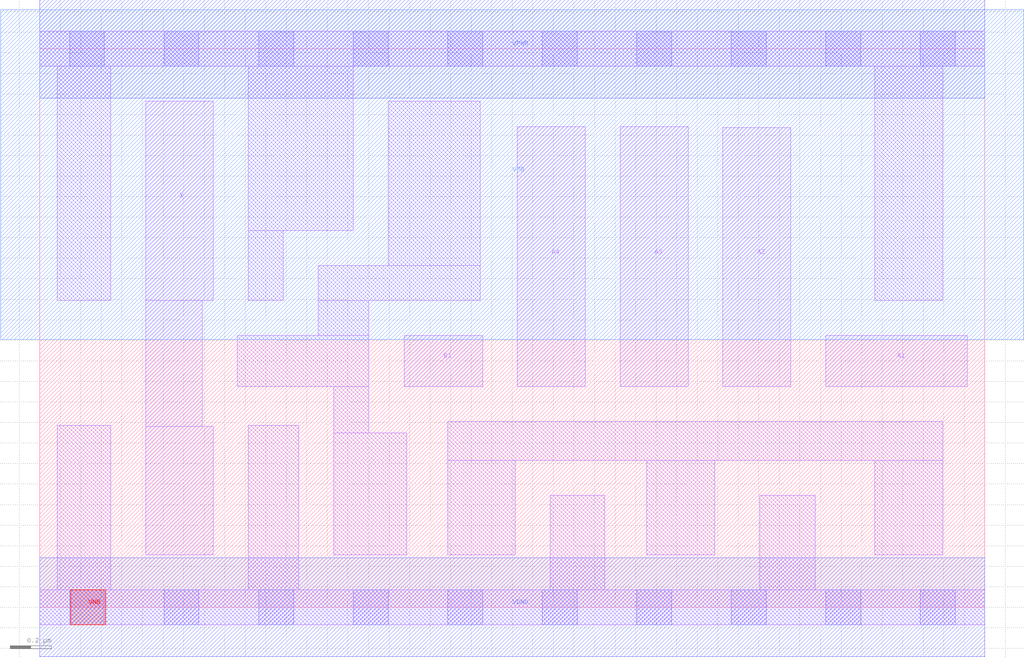
<source format=lef>
# Copyright 2020 The SkyWater PDK Authors
#
# Licensed under the Apache License, Version 2.0 (the "License");
# you may not use this file except in compliance with the License.
# You may obtain a copy of the License at
#
#     https://www.apache.org/licenses/LICENSE-2.0
#
# Unless required by applicable law or agreed to in writing, software
# distributed under the License is distributed on an "AS IS" BASIS,
# WITHOUT WARRANTIES OR CONDITIONS OF ANY KIND, either express or implied.
# See the License for the specific language governing permissions and
# limitations under the License.
#
# SPDX-License-Identifier: Apache-2.0

VERSION 5.7 ;
  NOWIREEXTENSIONATPIN ON ;
  DIVIDERCHAR "/" ;
  BUSBITCHARS "[]" ;
MACRO sky130_fd_sc_hd__o41a_2
  CLASS CORE ;
  FOREIGN sky130_fd_sc_hd__o41a_2 ;
  ORIGIN  0.000000  0.000000 ;
  SIZE  4.600000 BY  2.720000 ;
  SYMMETRY X Y R90 ;
  SITE unithd ;
  PIN A1
    ANTENNAGATEAREA  0.247500 ;
    DIRECTION INPUT ;
    USE SIGNAL ;
    PORT
      LAYER li1 ;
        RECT 3.825000 1.075000 4.515000 1.325000 ;
    END
  END A1
  PIN A2
    ANTENNAGATEAREA  0.247500 ;
    DIRECTION INPUT ;
    USE SIGNAL ;
    PORT
      LAYER li1 ;
        RECT 3.325000 1.075000 3.655000 2.335000 ;
    END
  END A2
  PIN A3
    ANTENNAGATEAREA  0.247500 ;
    DIRECTION INPUT ;
    USE SIGNAL ;
    PORT
      LAYER li1 ;
        RECT 2.825000 1.075000 3.155000 2.340000 ;
    END
  END A3
  PIN A4
    ANTENNAGATEAREA  0.247500 ;
    DIRECTION INPUT ;
    USE SIGNAL ;
    PORT
      LAYER li1 ;
        RECT 2.325000 1.075000 2.655000 2.340000 ;
    END
  END A4
  PIN B1
    ANTENNAGATEAREA  0.247500 ;
    DIRECTION INPUT ;
    USE SIGNAL ;
    PORT
      LAYER li1 ;
        RECT 1.775000 1.075000 2.155000 1.325000 ;
    END
  END B1
  PIN VNB
    PORT
      LAYER pwell ;
        RECT 0.150000 -0.085000 0.320000 0.085000 ;
    END
  END VNB
  PIN VPB
    PORT
      LAYER nwell ;
        RECT -0.190000 1.305000 4.790000 2.910000 ;
    END
  END VPB
  PIN X
    ANTENNADIFFAREA  0.445500 ;
    DIRECTION OUTPUT ;
    USE SIGNAL ;
    PORT
      LAYER li1 ;
        RECT 0.515000 0.255000 0.845000 0.880000 ;
        RECT 0.515000 0.880000 0.790000 1.495000 ;
        RECT 0.515000 1.495000 0.845000 2.465000 ;
    END
  END X
  PIN VGND
    DIRECTION INOUT ;
    SHAPE ABUTMENT ;
    USE GROUND ;
    PORT
      LAYER met1 ;
        RECT 0.000000 -0.240000 4.600000 0.240000 ;
    END
  END VGND
  PIN VPWR
    DIRECTION INOUT ;
    SHAPE ABUTMENT ;
    USE POWER ;
    PORT
      LAYER met1 ;
        RECT 0.000000 2.480000 4.600000 2.960000 ;
    END
  END VPWR
  OBS
    LAYER li1 ;
      RECT 0.000000 -0.085000 4.600000 0.085000 ;
      RECT 0.000000  2.635000 4.600000 2.805000 ;
      RECT 0.085000  0.085000 0.345000 0.885000 ;
      RECT 0.085000  1.495000 0.345000 2.635000 ;
      RECT 0.960000  1.075000 1.600000 1.325000 ;
      RECT 1.015000  0.085000 1.260000 0.885000 ;
      RECT 1.015000  1.495000 1.185000 1.835000 ;
      RECT 1.015000  1.835000 1.525000 2.635000 ;
      RECT 1.355000  1.325000 1.600000 1.495000 ;
      RECT 1.355000  1.495000 2.145000 1.665000 ;
      RECT 1.430000  0.255000 1.785000 0.850000 ;
      RECT 1.430000  0.850000 1.600000 1.075000 ;
      RECT 1.695000  1.665000 2.145000 2.465000 ;
      RECT 1.985000  0.255000 2.315000 0.715000 ;
      RECT 1.985000  0.715000 4.395000 0.905000 ;
      RECT 2.485000  0.085000 2.750000 0.545000 ;
      RECT 2.955000  0.255000 3.285000 0.715000 ;
      RECT 3.505000  0.085000 3.775000 0.545000 ;
      RECT 4.065000  0.255000 4.395000 0.715000 ;
      RECT 4.065000  1.495000 4.395000 2.635000 ;
    LAYER mcon ;
      RECT 0.145000 -0.085000 0.315000 0.085000 ;
      RECT 0.145000  2.635000 0.315000 2.805000 ;
      RECT 0.605000 -0.085000 0.775000 0.085000 ;
      RECT 0.605000  2.635000 0.775000 2.805000 ;
      RECT 1.065000 -0.085000 1.235000 0.085000 ;
      RECT 1.065000  2.635000 1.235000 2.805000 ;
      RECT 1.525000 -0.085000 1.695000 0.085000 ;
      RECT 1.525000  2.635000 1.695000 2.805000 ;
      RECT 1.985000 -0.085000 2.155000 0.085000 ;
      RECT 1.985000  2.635000 2.155000 2.805000 ;
      RECT 2.445000 -0.085000 2.615000 0.085000 ;
      RECT 2.445000  2.635000 2.615000 2.805000 ;
      RECT 2.905000 -0.085000 3.075000 0.085000 ;
      RECT 2.905000  2.635000 3.075000 2.805000 ;
      RECT 3.365000 -0.085000 3.535000 0.085000 ;
      RECT 3.365000  2.635000 3.535000 2.805000 ;
      RECT 3.825000 -0.085000 3.995000 0.085000 ;
      RECT 3.825000  2.635000 3.995000 2.805000 ;
      RECT 4.285000 -0.085000 4.455000 0.085000 ;
      RECT 4.285000  2.635000 4.455000 2.805000 ;
  END
END sky130_fd_sc_hd__o41a_2
END LIBRARY

</source>
